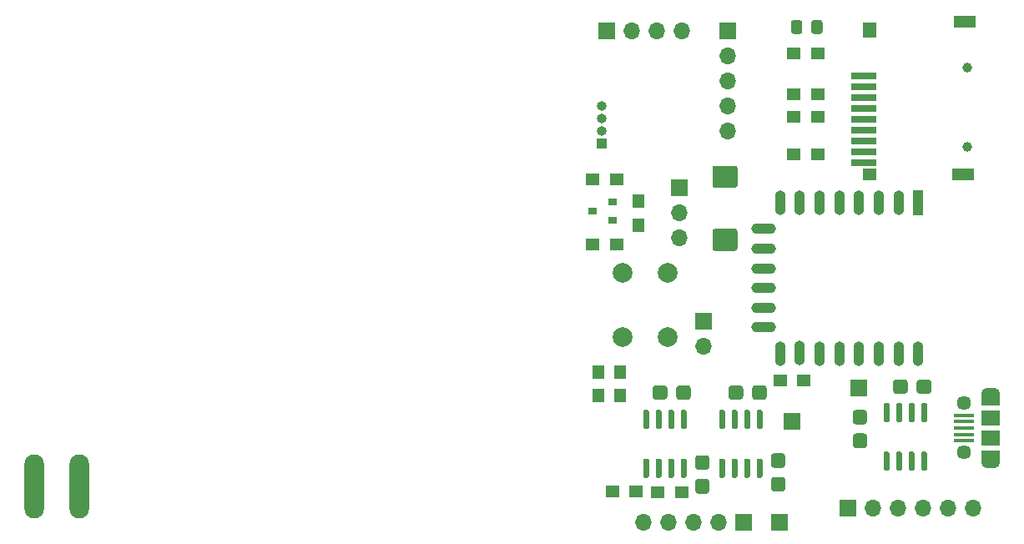
<source format=gts>
G04 #@! TF.GenerationSoftware,KiCad,Pcbnew,5.1.12-84ad8e8a86~92~ubuntu20.04.1*
G04 #@! TF.CreationDate,2022-02-14T19:07:45+01:00*
G04 #@! TF.ProjectId,ms2-card,6d73322d-6361-4726-942e-6b696361645f,0.1*
G04 #@! TF.SameCoordinates,Original*
G04 #@! TF.FileFunction,Soldermask,Top*
G04 #@! TF.FilePolarity,Negative*
%FSLAX46Y46*%
G04 Gerber Fmt 4.6, Leading zero omitted, Abs format (unit mm)*
G04 Created by KiCad (PCBNEW 5.1.12-84ad8e8a86~92~ubuntu20.04.1) date 2022-02-14 19:07:45*
%MOMM*%
%LPD*%
G01*
G04 APERTURE LIST*
%ADD10O,1.000000X1.000000*%
%ADD11R,1.000000X1.000000*%
%ADD12R,2.500000X0.700000*%
%ADD13R,1.400000X1.200000*%
%ADD14R,1.400000X1.600000*%
%ADD15R,2.200000X1.200000*%
%ADD16C,1.000000*%
%ADD17R,1.900000X1.200000*%
%ADD18O,1.900000X1.200000*%
%ADD19R,1.900000X1.500000*%
%ADD20C,1.450000*%
%ADD21R,2.000000X0.400000*%
%ADD22R,1.700000X1.700000*%
%ADD23O,1.700000X1.700000*%
%ADD24O,2.000000X6.500000*%
%ADD25R,0.900000X0.800000*%
%ADD26R,1.350000X1.300000*%
%ADD27R,1.300000X1.350000*%
%ADD28C,1.998980*%
%ADD29R,1.100000X2.500000*%
%ADD30O,1.100000X2.500000*%
%ADD31O,2.500000X1.100000*%
G04 APERTURE END LIST*
D10*
X157124400Y-109829600D03*
X157124400Y-111099600D03*
X157124400Y-112369600D03*
D11*
X157124400Y-113639600D03*
G36*
G01*
X168574999Y-122275000D02*
X170625001Y-122275000D01*
G75*
G02*
X170875000Y-122524999I0J-249999D01*
G01*
X170875000Y-124275001D01*
G75*
G02*
X170625001Y-124525000I-249999J0D01*
G01*
X168574999Y-124525000D01*
G75*
G02*
X168325000Y-124275001I0J249999D01*
G01*
X168325000Y-122524999D01*
G75*
G02*
X168574999Y-122275000I249999J0D01*
G01*
G37*
G36*
G01*
X168574999Y-115875000D02*
X170625001Y-115875000D01*
G75*
G02*
X170875000Y-116124999I0J-249999D01*
G01*
X170875000Y-117875001D01*
G75*
G02*
X170625001Y-118125000I-249999J0D01*
G01*
X168574999Y-118125000D01*
G75*
G02*
X168325000Y-117875001I0J249999D01*
G01*
X168325000Y-116124999D01*
G75*
G02*
X168574999Y-115875000I249999J0D01*
G01*
G37*
D12*
X183700000Y-114450000D03*
X183700000Y-113350000D03*
X183700000Y-112250000D03*
X183700000Y-111150000D03*
X183700000Y-110050000D03*
X183700000Y-108950000D03*
X183700000Y-107850000D03*
X183700000Y-106750000D03*
D13*
X184300000Y-116750000D03*
D14*
X184300000Y-102150000D03*
D15*
X193900000Y-101250000D03*
X193800000Y-116750000D03*
D12*
X183700000Y-115550000D03*
D16*
X194200000Y-113950000D03*
X194200000Y-105950000D03*
D17*
X196537500Y-145394000D03*
X196537500Y-139594000D03*
D18*
X196537500Y-138994000D03*
X196537500Y-145994000D03*
D19*
X196537500Y-143494000D03*
D20*
X193837500Y-139994000D03*
D21*
X193837500Y-142494000D03*
X193837500Y-141844000D03*
X193837500Y-141194000D03*
X193837500Y-143794000D03*
X193837500Y-143144000D03*
D20*
X193837500Y-144994000D03*
D19*
X196537500Y-141494000D03*
G36*
G01*
X188150000Y-137883850D02*
X188150000Y-138716150D01*
G75*
G02*
X187841150Y-139025000I-308850J0D01*
G01*
X186958850Y-139025000D01*
G75*
G02*
X186650000Y-138716150I0J308850D01*
G01*
X186650000Y-137883850D01*
G75*
G02*
X186958850Y-137575000I308850J0D01*
G01*
X187841150Y-137575000D01*
G75*
G02*
X188150000Y-137883850I0J-308850D01*
G01*
G37*
G36*
G01*
X189050000Y-138716150D02*
X189050000Y-137883850D01*
G75*
G02*
X189358850Y-137575000I308850J0D01*
G01*
X190241150Y-137575000D01*
G75*
G02*
X190550000Y-137883850I0J-308850D01*
G01*
X190550000Y-138716150D01*
G75*
G02*
X190241150Y-139025000I-308850J0D01*
G01*
X189358850Y-139025000D01*
G75*
G02*
X189050000Y-138716150I0J308850D01*
G01*
G37*
G36*
G01*
X183716150Y-142145600D02*
X182883850Y-142145600D01*
G75*
G02*
X182575000Y-141836750I0J308850D01*
G01*
X182575000Y-140954450D01*
G75*
G02*
X182883850Y-140645600I308850J0D01*
G01*
X183716150Y-140645600D01*
G75*
G02*
X184025000Y-140954450I0J-308850D01*
G01*
X184025000Y-141836750D01*
G75*
G02*
X183716150Y-142145600I-308850J0D01*
G01*
G37*
G36*
G01*
X182883850Y-143045600D02*
X183716150Y-143045600D01*
G75*
G02*
X184025000Y-143354450I0J-308850D01*
G01*
X184025000Y-144236750D01*
G75*
G02*
X183716150Y-144545600I-308850J0D01*
G01*
X182883850Y-144545600D01*
G75*
G02*
X182575000Y-144236750I0J308850D01*
G01*
X182575000Y-143354450D01*
G75*
G02*
X182883850Y-143045600I308850J0D01*
G01*
G37*
G36*
G01*
X164650000Y-139316150D02*
X164650000Y-138483850D01*
G75*
G02*
X164958850Y-138175000I308850J0D01*
G01*
X165841150Y-138175000D01*
G75*
G02*
X166150000Y-138483850I0J-308850D01*
G01*
X166150000Y-139316150D01*
G75*
G02*
X165841150Y-139625000I-308850J0D01*
G01*
X164958850Y-139625000D01*
G75*
G02*
X164650000Y-139316150I0J308850D01*
G01*
G37*
G36*
G01*
X163750000Y-138483850D02*
X163750000Y-139316150D01*
G75*
G02*
X163441150Y-139625000I-308850J0D01*
G01*
X162558850Y-139625000D01*
G75*
G02*
X162250000Y-139316150I0J308850D01*
G01*
X162250000Y-138483850D01*
G75*
G02*
X162558850Y-138175000I308850J0D01*
G01*
X163441150Y-138175000D01*
G75*
G02*
X163750000Y-138483850I0J-308850D01*
G01*
G37*
G36*
G01*
X171450000Y-138483850D02*
X171450000Y-139316150D01*
G75*
G02*
X171141150Y-139625000I-308850J0D01*
G01*
X170258850Y-139625000D01*
G75*
G02*
X169950000Y-139316150I0J308850D01*
G01*
X169950000Y-138483850D01*
G75*
G02*
X170258850Y-138175000I308850J0D01*
G01*
X171141150Y-138175000D01*
G75*
G02*
X171450000Y-138483850I0J-308850D01*
G01*
G37*
G36*
G01*
X172350000Y-139316150D02*
X172350000Y-138483850D01*
G75*
G02*
X172658850Y-138175000I308850J0D01*
G01*
X173541150Y-138175000D01*
G75*
G02*
X173850000Y-138483850I0J-308850D01*
G01*
X173850000Y-139316150D01*
G75*
G02*
X173541150Y-139625000I-308850J0D01*
G01*
X172658850Y-139625000D01*
G75*
G02*
X172350000Y-139316150I0J308850D01*
G01*
G37*
G36*
G01*
X166883850Y-147650000D02*
X167716150Y-147650000D01*
G75*
G02*
X168025000Y-147958850I0J-308850D01*
G01*
X168025000Y-148841150D01*
G75*
G02*
X167716150Y-149150000I-308850J0D01*
G01*
X166883850Y-149150000D01*
G75*
G02*
X166575000Y-148841150I0J308850D01*
G01*
X166575000Y-147958850D01*
G75*
G02*
X166883850Y-147650000I308850J0D01*
G01*
G37*
G36*
G01*
X167716150Y-146750000D02*
X166883850Y-146750000D01*
G75*
G02*
X166575000Y-146441150I0J308850D01*
G01*
X166575000Y-145558850D01*
G75*
G02*
X166883850Y-145250000I308850J0D01*
G01*
X167716150Y-145250000D01*
G75*
G02*
X168025000Y-145558850I0J-308850D01*
G01*
X168025000Y-146441150D01*
G75*
G02*
X167716150Y-146750000I-308850J0D01*
G01*
G37*
G36*
G01*
X174583850Y-147450000D02*
X175416150Y-147450000D01*
G75*
G02*
X175725000Y-147758850I0J-308850D01*
G01*
X175725000Y-148641150D01*
G75*
G02*
X175416150Y-148950000I-308850J0D01*
G01*
X174583850Y-148950000D01*
G75*
G02*
X174275000Y-148641150I0J308850D01*
G01*
X174275000Y-147758850D01*
G75*
G02*
X174583850Y-147450000I308850J0D01*
G01*
G37*
G36*
G01*
X175416150Y-146550000D02*
X174583850Y-146550000D01*
G75*
G02*
X174275000Y-146241150I0J308850D01*
G01*
X174275000Y-145358850D01*
G75*
G02*
X174583850Y-145050000I308850J0D01*
G01*
X175416150Y-145050000D01*
G75*
G02*
X175725000Y-145358850I0J-308850D01*
G01*
X175725000Y-146241150D01*
G75*
G02*
X175416150Y-146550000I-308850J0D01*
G01*
G37*
G36*
G01*
X176300000Y-102250001D02*
X176300000Y-101349999D01*
G75*
G02*
X176549999Y-101100000I249999J0D01*
G01*
X177200001Y-101100000D01*
G75*
G02*
X177450000Y-101349999I0J-249999D01*
G01*
X177450000Y-102250001D01*
G75*
G02*
X177200001Y-102500000I-249999J0D01*
G01*
X176549999Y-102500000D01*
G75*
G02*
X176300000Y-102250001I0J249999D01*
G01*
G37*
G36*
G01*
X178350000Y-102250001D02*
X178350000Y-101349999D01*
G75*
G02*
X178599999Y-101100000I249999J0D01*
G01*
X179250001Y-101100000D01*
G75*
G02*
X179500000Y-101349999I0J-249999D01*
G01*
X179500000Y-102250001D01*
G75*
G02*
X179250001Y-102500000I-249999J0D01*
G01*
X178599999Y-102500000D01*
G75*
G02*
X178350000Y-102250001I0J249999D01*
G01*
G37*
D22*
X157600000Y-102200000D03*
D23*
X160140000Y-102200000D03*
X162680000Y-102200000D03*
X165220000Y-102200000D03*
D22*
X167400000Y-131700000D03*
D23*
X167400000Y-134240000D03*
D22*
X183184800Y-138400000D03*
D23*
X169900000Y-112360000D03*
X169900000Y-109820000D03*
X169900000Y-107280000D03*
X169900000Y-104740000D03*
D22*
X169900000Y-102200000D03*
D24*
X104100000Y-148400000D03*
X99528000Y-148400000D03*
D22*
X165000000Y-118100000D03*
D23*
X165000000Y-120640000D03*
X165000000Y-123180000D03*
D22*
X182100000Y-150600000D03*
D23*
X184640000Y-150600000D03*
X187180000Y-150600000D03*
X189720000Y-150600000D03*
X192260000Y-150600000D03*
X194800000Y-150600000D03*
D22*
X176400000Y-141800000D03*
X171500000Y-152100000D03*
D23*
X168960000Y-152100000D03*
X166420000Y-152100000D03*
X163880000Y-152100000D03*
X161340000Y-152100000D03*
D22*
X175100000Y-152100000D03*
D25*
X158200000Y-121450000D03*
X158200000Y-119550000D03*
X156200000Y-120500000D03*
D26*
X179000000Y-104500000D03*
X176600000Y-104500000D03*
X175228400Y-137700000D03*
X177628400Y-137700000D03*
X179000000Y-110900000D03*
X176600000Y-110900000D03*
X176600000Y-108600000D03*
X179000000Y-108600000D03*
X176600000Y-114706400D03*
X179000000Y-114706400D03*
D27*
X156800000Y-136800000D03*
X156800000Y-139200000D03*
X159000000Y-139200000D03*
X159000000Y-136800000D03*
X160800000Y-121900000D03*
X160800000Y-119500000D03*
D26*
X158600000Y-123900000D03*
X156200000Y-123900000D03*
X158600000Y-117300000D03*
X156200000Y-117300000D03*
X160600000Y-148900000D03*
X158200000Y-148900000D03*
X165200000Y-149000000D03*
X162800000Y-149000000D03*
D28*
X159249560Y-126748800D03*
X163750440Y-133251200D03*
X163750440Y-126748800D03*
X159249560Y-133251200D03*
D29*
X189200000Y-119600000D03*
D30*
X187200000Y-119600000D03*
X185200000Y-119600000D03*
X183200000Y-119600000D03*
X181200000Y-119600000D03*
X179200000Y-119600000D03*
X177200000Y-119600000D03*
X175200000Y-119600000D03*
X175200000Y-135000000D03*
X177200000Y-134900000D03*
X179200000Y-135000000D03*
X181200000Y-135000000D03*
X183200000Y-135000000D03*
X185200000Y-135000000D03*
X187200000Y-135000000D03*
X189200000Y-135000000D03*
D31*
X173500000Y-122290000D03*
X173500000Y-124290000D03*
X173500000Y-126290000D03*
X173500000Y-128290000D03*
X173500000Y-130290000D03*
X173500000Y-132290000D03*
G36*
G01*
X186145000Y-146850000D02*
X185845000Y-146850000D01*
G75*
G02*
X185695000Y-146700000I0J150000D01*
G01*
X185695000Y-145050000D01*
G75*
G02*
X185845000Y-144900000I150000J0D01*
G01*
X186145000Y-144900000D01*
G75*
G02*
X186295000Y-145050000I0J-150000D01*
G01*
X186295000Y-146700000D01*
G75*
G02*
X186145000Y-146850000I-150000J0D01*
G01*
G37*
G36*
G01*
X187415000Y-146850000D02*
X187115000Y-146850000D01*
G75*
G02*
X186965000Y-146700000I0J150000D01*
G01*
X186965000Y-145050000D01*
G75*
G02*
X187115000Y-144900000I150000J0D01*
G01*
X187415000Y-144900000D01*
G75*
G02*
X187565000Y-145050000I0J-150000D01*
G01*
X187565000Y-146700000D01*
G75*
G02*
X187415000Y-146850000I-150000J0D01*
G01*
G37*
G36*
G01*
X188685000Y-146850000D02*
X188385000Y-146850000D01*
G75*
G02*
X188235000Y-146700000I0J150000D01*
G01*
X188235000Y-145050000D01*
G75*
G02*
X188385000Y-144900000I150000J0D01*
G01*
X188685000Y-144900000D01*
G75*
G02*
X188835000Y-145050000I0J-150000D01*
G01*
X188835000Y-146700000D01*
G75*
G02*
X188685000Y-146850000I-150000J0D01*
G01*
G37*
G36*
G01*
X189955000Y-146850000D02*
X189655000Y-146850000D01*
G75*
G02*
X189505000Y-146700000I0J150000D01*
G01*
X189505000Y-145050000D01*
G75*
G02*
X189655000Y-144900000I150000J0D01*
G01*
X189955000Y-144900000D01*
G75*
G02*
X190105000Y-145050000I0J-150000D01*
G01*
X190105000Y-146700000D01*
G75*
G02*
X189955000Y-146850000I-150000J0D01*
G01*
G37*
G36*
G01*
X189955000Y-141900000D02*
X189655000Y-141900000D01*
G75*
G02*
X189505000Y-141750000I0J150000D01*
G01*
X189505000Y-140100000D01*
G75*
G02*
X189655000Y-139950000I150000J0D01*
G01*
X189955000Y-139950000D01*
G75*
G02*
X190105000Y-140100000I0J-150000D01*
G01*
X190105000Y-141750000D01*
G75*
G02*
X189955000Y-141900000I-150000J0D01*
G01*
G37*
G36*
G01*
X188685000Y-141900000D02*
X188385000Y-141900000D01*
G75*
G02*
X188235000Y-141750000I0J150000D01*
G01*
X188235000Y-140100000D01*
G75*
G02*
X188385000Y-139950000I150000J0D01*
G01*
X188685000Y-139950000D01*
G75*
G02*
X188835000Y-140100000I0J-150000D01*
G01*
X188835000Y-141750000D01*
G75*
G02*
X188685000Y-141900000I-150000J0D01*
G01*
G37*
G36*
G01*
X187415000Y-141900000D02*
X187115000Y-141900000D01*
G75*
G02*
X186965000Y-141750000I0J150000D01*
G01*
X186965000Y-140100000D01*
G75*
G02*
X187115000Y-139950000I150000J0D01*
G01*
X187415000Y-139950000D01*
G75*
G02*
X187565000Y-140100000I0J-150000D01*
G01*
X187565000Y-141750000D01*
G75*
G02*
X187415000Y-141900000I-150000J0D01*
G01*
G37*
G36*
G01*
X186145000Y-141900000D02*
X185845000Y-141900000D01*
G75*
G02*
X185695000Y-141750000I0J150000D01*
G01*
X185695000Y-140100000D01*
G75*
G02*
X185845000Y-139950000I150000J0D01*
G01*
X186145000Y-139950000D01*
G75*
G02*
X186295000Y-140100000I0J-150000D01*
G01*
X186295000Y-141750000D01*
G75*
G02*
X186145000Y-141900000I-150000J0D01*
G01*
G37*
G36*
G01*
X165255000Y-145600000D02*
X165555000Y-145600000D01*
G75*
G02*
X165705000Y-145750000I0J-150000D01*
G01*
X165705000Y-147400000D01*
G75*
G02*
X165555000Y-147550000I-150000J0D01*
G01*
X165255000Y-147550000D01*
G75*
G02*
X165105000Y-147400000I0J150000D01*
G01*
X165105000Y-145750000D01*
G75*
G02*
X165255000Y-145600000I150000J0D01*
G01*
G37*
G36*
G01*
X163985000Y-145600000D02*
X164285000Y-145600000D01*
G75*
G02*
X164435000Y-145750000I0J-150000D01*
G01*
X164435000Y-147400000D01*
G75*
G02*
X164285000Y-147550000I-150000J0D01*
G01*
X163985000Y-147550000D01*
G75*
G02*
X163835000Y-147400000I0J150000D01*
G01*
X163835000Y-145750000D01*
G75*
G02*
X163985000Y-145600000I150000J0D01*
G01*
G37*
G36*
G01*
X162715000Y-145600000D02*
X163015000Y-145600000D01*
G75*
G02*
X163165000Y-145750000I0J-150000D01*
G01*
X163165000Y-147400000D01*
G75*
G02*
X163015000Y-147550000I-150000J0D01*
G01*
X162715000Y-147550000D01*
G75*
G02*
X162565000Y-147400000I0J150000D01*
G01*
X162565000Y-145750000D01*
G75*
G02*
X162715000Y-145600000I150000J0D01*
G01*
G37*
G36*
G01*
X161445000Y-145600000D02*
X161745000Y-145600000D01*
G75*
G02*
X161895000Y-145750000I0J-150000D01*
G01*
X161895000Y-147400000D01*
G75*
G02*
X161745000Y-147550000I-150000J0D01*
G01*
X161445000Y-147550000D01*
G75*
G02*
X161295000Y-147400000I0J150000D01*
G01*
X161295000Y-145750000D01*
G75*
G02*
X161445000Y-145600000I150000J0D01*
G01*
G37*
G36*
G01*
X161445000Y-140650000D02*
X161745000Y-140650000D01*
G75*
G02*
X161895000Y-140800000I0J-150000D01*
G01*
X161895000Y-142450000D01*
G75*
G02*
X161745000Y-142600000I-150000J0D01*
G01*
X161445000Y-142600000D01*
G75*
G02*
X161295000Y-142450000I0J150000D01*
G01*
X161295000Y-140800000D01*
G75*
G02*
X161445000Y-140650000I150000J0D01*
G01*
G37*
G36*
G01*
X162715000Y-140650000D02*
X163015000Y-140650000D01*
G75*
G02*
X163165000Y-140800000I0J-150000D01*
G01*
X163165000Y-142450000D01*
G75*
G02*
X163015000Y-142600000I-150000J0D01*
G01*
X162715000Y-142600000D01*
G75*
G02*
X162565000Y-142450000I0J150000D01*
G01*
X162565000Y-140800000D01*
G75*
G02*
X162715000Y-140650000I150000J0D01*
G01*
G37*
G36*
G01*
X163985000Y-140650000D02*
X164285000Y-140650000D01*
G75*
G02*
X164435000Y-140800000I0J-150000D01*
G01*
X164435000Y-142450000D01*
G75*
G02*
X164285000Y-142600000I-150000J0D01*
G01*
X163985000Y-142600000D01*
G75*
G02*
X163835000Y-142450000I0J150000D01*
G01*
X163835000Y-140800000D01*
G75*
G02*
X163985000Y-140650000I150000J0D01*
G01*
G37*
G36*
G01*
X165255000Y-140650000D02*
X165555000Y-140650000D01*
G75*
G02*
X165705000Y-140800000I0J-150000D01*
G01*
X165705000Y-142450000D01*
G75*
G02*
X165555000Y-142600000I-150000J0D01*
G01*
X165255000Y-142600000D01*
G75*
G02*
X165105000Y-142450000I0J150000D01*
G01*
X165105000Y-140800000D01*
G75*
G02*
X165255000Y-140650000I150000J0D01*
G01*
G37*
G36*
G01*
X172955000Y-140650000D02*
X173255000Y-140650000D01*
G75*
G02*
X173405000Y-140800000I0J-150000D01*
G01*
X173405000Y-142450000D01*
G75*
G02*
X173255000Y-142600000I-150000J0D01*
G01*
X172955000Y-142600000D01*
G75*
G02*
X172805000Y-142450000I0J150000D01*
G01*
X172805000Y-140800000D01*
G75*
G02*
X172955000Y-140650000I150000J0D01*
G01*
G37*
G36*
G01*
X171685000Y-140650000D02*
X171985000Y-140650000D01*
G75*
G02*
X172135000Y-140800000I0J-150000D01*
G01*
X172135000Y-142450000D01*
G75*
G02*
X171985000Y-142600000I-150000J0D01*
G01*
X171685000Y-142600000D01*
G75*
G02*
X171535000Y-142450000I0J150000D01*
G01*
X171535000Y-140800000D01*
G75*
G02*
X171685000Y-140650000I150000J0D01*
G01*
G37*
G36*
G01*
X170415000Y-140650000D02*
X170715000Y-140650000D01*
G75*
G02*
X170865000Y-140800000I0J-150000D01*
G01*
X170865000Y-142450000D01*
G75*
G02*
X170715000Y-142600000I-150000J0D01*
G01*
X170415000Y-142600000D01*
G75*
G02*
X170265000Y-142450000I0J150000D01*
G01*
X170265000Y-140800000D01*
G75*
G02*
X170415000Y-140650000I150000J0D01*
G01*
G37*
G36*
G01*
X169145000Y-140650000D02*
X169445000Y-140650000D01*
G75*
G02*
X169595000Y-140800000I0J-150000D01*
G01*
X169595000Y-142450000D01*
G75*
G02*
X169445000Y-142600000I-150000J0D01*
G01*
X169145000Y-142600000D01*
G75*
G02*
X168995000Y-142450000I0J150000D01*
G01*
X168995000Y-140800000D01*
G75*
G02*
X169145000Y-140650000I150000J0D01*
G01*
G37*
G36*
G01*
X169145000Y-145600000D02*
X169445000Y-145600000D01*
G75*
G02*
X169595000Y-145750000I0J-150000D01*
G01*
X169595000Y-147400000D01*
G75*
G02*
X169445000Y-147550000I-150000J0D01*
G01*
X169145000Y-147550000D01*
G75*
G02*
X168995000Y-147400000I0J150000D01*
G01*
X168995000Y-145750000D01*
G75*
G02*
X169145000Y-145600000I150000J0D01*
G01*
G37*
G36*
G01*
X170415000Y-145600000D02*
X170715000Y-145600000D01*
G75*
G02*
X170865000Y-145750000I0J-150000D01*
G01*
X170865000Y-147400000D01*
G75*
G02*
X170715000Y-147550000I-150000J0D01*
G01*
X170415000Y-147550000D01*
G75*
G02*
X170265000Y-147400000I0J150000D01*
G01*
X170265000Y-145750000D01*
G75*
G02*
X170415000Y-145600000I150000J0D01*
G01*
G37*
G36*
G01*
X171685000Y-145600000D02*
X171985000Y-145600000D01*
G75*
G02*
X172135000Y-145750000I0J-150000D01*
G01*
X172135000Y-147400000D01*
G75*
G02*
X171985000Y-147550000I-150000J0D01*
G01*
X171685000Y-147550000D01*
G75*
G02*
X171535000Y-147400000I0J150000D01*
G01*
X171535000Y-145750000D01*
G75*
G02*
X171685000Y-145600000I150000J0D01*
G01*
G37*
G36*
G01*
X172955000Y-145600000D02*
X173255000Y-145600000D01*
G75*
G02*
X173405000Y-145750000I0J-150000D01*
G01*
X173405000Y-147400000D01*
G75*
G02*
X173255000Y-147550000I-150000J0D01*
G01*
X172955000Y-147550000D01*
G75*
G02*
X172805000Y-147400000I0J150000D01*
G01*
X172805000Y-145750000D01*
G75*
G02*
X172955000Y-145600000I150000J0D01*
G01*
G37*
M02*

</source>
